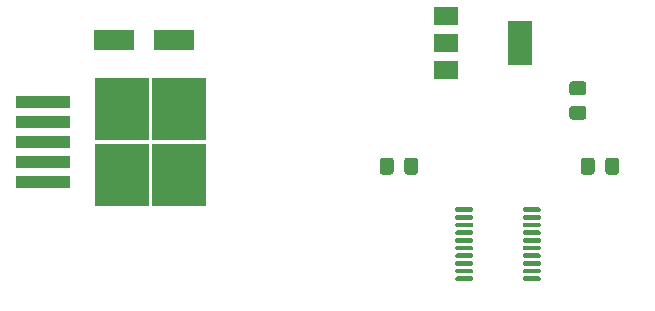
<source format=gbr>
%TF.GenerationSoftware,KiCad,Pcbnew,5.1.8-5.1.8*%
%TF.CreationDate,2021-08-29T21:24:45+08:00*%
%TF.ProjectId,lcr-1,6c63722d-312e-46b6-9963-61645f706362,rev?*%
%TF.SameCoordinates,Original*%
%TF.FileFunction,Paste,Top*%
%TF.FilePolarity,Positive*%
%FSLAX46Y46*%
G04 Gerber Fmt 4.6, Leading zero omitted, Abs format (unit mm)*
G04 Created by KiCad (PCBNEW 5.1.8-5.1.8) date 2021-08-29 21:24:45*
%MOMM*%
%LPD*%
G01*
G04 APERTURE LIST*
%ADD10R,2.000000X1.500000*%
%ADD11R,2.000000X3.800000*%
%ADD12R,4.550000X5.250000*%
%ADD13R,4.600000X1.100000*%
%ADD14R,3.500000X1.800000*%
G04 APERTURE END LIST*
D10*
%TO.C,U9*%
X144678000Y-76948000D03*
X144678000Y-81548000D03*
X144678000Y-79248000D03*
D11*
X150978000Y-79248000D03*
%TD*%
%TO.C,U2*%
G36*
G01*
X151223000Y-93441000D02*
X151223000Y-93241000D01*
G75*
G02*
X151323000Y-93141000I100000J0D01*
G01*
X152598000Y-93141000D01*
G75*
G02*
X152698000Y-93241000I0J-100000D01*
G01*
X152698000Y-93441000D01*
G75*
G02*
X152598000Y-93541000I-100000J0D01*
G01*
X151323000Y-93541000D01*
G75*
G02*
X151223000Y-93441000I0J100000D01*
G01*
G37*
G36*
G01*
X151223000Y-94091000D02*
X151223000Y-93891000D01*
G75*
G02*
X151323000Y-93791000I100000J0D01*
G01*
X152598000Y-93791000D01*
G75*
G02*
X152698000Y-93891000I0J-100000D01*
G01*
X152698000Y-94091000D01*
G75*
G02*
X152598000Y-94191000I-100000J0D01*
G01*
X151323000Y-94191000D01*
G75*
G02*
X151223000Y-94091000I0J100000D01*
G01*
G37*
G36*
G01*
X151223000Y-94741000D02*
X151223000Y-94541000D01*
G75*
G02*
X151323000Y-94441000I100000J0D01*
G01*
X152598000Y-94441000D01*
G75*
G02*
X152698000Y-94541000I0J-100000D01*
G01*
X152698000Y-94741000D01*
G75*
G02*
X152598000Y-94841000I-100000J0D01*
G01*
X151323000Y-94841000D01*
G75*
G02*
X151223000Y-94741000I0J100000D01*
G01*
G37*
G36*
G01*
X151223000Y-95391000D02*
X151223000Y-95191000D01*
G75*
G02*
X151323000Y-95091000I100000J0D01*
G01*
X152598000Y-95091000D01*
G75*
G02*
X152698000Y-95191000I0J-100000D01*
G01*
X152698000Y-95391000D01*
G75*
G02*
X152598000Y-95491000I-100000J0D01*
G01*
X151323000Y-95491000D01*
G75*
G02*
X151223000Y-95391000I0J100000D01*
G01*
G37*
G36*
G01*
X151223000Y-96041000D02*
X151223000Y-95841000D01*
G75*
G02*
X151323000Y-95741000I100000J0D01*
G01*
X152598000Y-95741000D01*
G75*
G02*
X152698000Y-95841000I0J-100000D01*
G01*
X152698000Y-96041000D01*
G75*
G02*
X152598000Y-96141000I-100000J0D01*
G01*
X151323000Y-96141000D01*
G75*
G02*
X151223000Y-96041000I0J100000D01*
G01*
G37*
G36*
G01*
X151223000Y-96691000D02*
X151223000Y-96491000D01*
G75*
G02*
X151323000Y-96391000I100000J0D01*
G01*
X152598000Y-96391000D01*
G75*
G02*
X152698000Y-96491000I0J-100000D01*
G01*
X152698000Y-96691000D01*
G75*
G02*
X152598000Y-96791000I-100000J0D01*
G01*
X151323000Y-96791000D01*
G75*
G02*
X151223000Y-96691000I0J100000D01*
G01*
G37*
G36*
G01*
X151223000Y-97341000D02*
X151223000Y-97141000D01*
G75*
G02*
X151323000Y-97041000I100000J0D01*
G01*
X152598000Y-97041000D01*
G75*
G02*
X152698000Y-97141000I0J-100000D01*
G01*
X152698000Y-97341000D01*
G75*
G02*
X152598000Y-97441000I-100000J0D01*
G01*
X151323000Y-97441000D01*
G75*
G02*
X151223000Y-97341000I0J100000D01*
G01*
G37*
G36*
G01*
X151223000Y-97991000D02*
X151223000Y-97791000D01*
G75*
G02*
X151323000Y-97691000I100000J0D01*
G01*
X152598000Y-97691000D01*
G75*
G02*
X152698000Y-97791000I0J-100000D01*
G01*
X152698000Y-97991000D01*
G75*
G02*
X152598000Y-98091000I-100000J0D01*
G01*
X151323000Y-98091000D01*
G75*
G02*
X151223000Y-97991000I0J100000D01*
G01*
G37*
G36*
G01*
X151223000Y-98641000D02*
X151223000Y-98441000D01*
G75*
G02*
X151323000Y-98341000I100000J0D01*
G01*
X152598000Y-98341000D01*
G75*
G02*
X152698000Y-98441000I0J-100000D01*
G01*
X152698000Y-98641000D01*
G75*
G02*
X152598000Y-98741000I-100000J0D01*
G01*
X151323000Y-98741000D01*
G75*
G02*
X151223000Y-98641000I0J100000D01*
G01*
G37*
G36*
G01*
X151223000Y-99291000D02*
X151223000Y-99091000D01*
G75*
G02*
X151323000Y-98991000I100000J0D01*
G01*
X152598000Y-98991000D01*
G75*
G02*
X152698000Y-99091000I0J-100000D01*
G01*
X152698000Y-99291000D01*
G75*
G02*
X152598000Y-99391000I-100000J0D01*
G01*
X151323000Y-99391000D01*
G75*
G02*
X151223000Y-99291000I0J100000D01*
G01*
G37*
G36*
G01*
X145498000Y-99291000D02*
X145498000Y-99091000D01*
G75*
G02*
X145598000Y-98991000I100000J0D01*
G01*
X146873000Y-98991000D01*
G75*
G02*
X146973000Y-99091000I0J-100000D01*
G01*
X146973000Y-99291000D01*
G75*
G02*
X146873000Y-99391000I-100000J0D01*
G01*
X145598000Y-99391000D01*
G75*
G02*
X145498000Y-99291000I0J100000D01*
G01*
G37*
G36*
G01*
X145498000Y-98641000D02*
X145498000Y-98441000D01*
G75*
G02*
X145598000Y-98341000I100000J0D01*
G01*
X146873000Y-98341000D01*
G75*
G02*
X146973000Y-98441000I0J-100000D01*
G01*
X146973000Y-98641000D01*
G75*
G02*
X146873000Y-98741000I-100000J0D01*
G01*
X145598000Y-98741000D01*
G75*
G02*
X145498000Y-98641000I0J100000D01*
G01*
G37*
G36*
G01*
X145498000Y-97991000D02*
X145498000Y-97791000D01*
G75*
G02*
X145598000Y-97691000I100000J0D01*
G01*
X146873000Y-97691000D01*
G75*
G02*
X146973000Y-97791000I0J-100000D01*
G01*
X146973000Y-97991000D01*
G75*
G02*
X146873000Y-98091000I-100000J0D01*
G01*
X145598000Y-98091000D01*
G75*
G02*
X145498000Y-97991000I0J100000D01*
G01*
G37*
G36*
G01*
X145498000Y-97341000D02*
X145498000Y-97141000D01*
G75*
G02*
X145598000Y-97041000I100000J0D01*
G01*
X146873000Y-97041000D01*
G75*
G02*
X146973000Y-97141000I0J-100000D01*
G01*
X146973000Y-97341000D01*
G75*
G02*
X146873000Y-97441000I-100000J0D01*
G01*
X145598000Y-97441000D01*
G75*
G02*
X145498000Y-97341000I0J100000D01*
G01*
G37*
G36*
G01*
X145498000Y-96691000D02*
X145498000Y-96491000D01*
G75*
G02*
X145598000Y-96391000I100000J0D01*
G01*
X146873000Y-96391000D01*
G75*
G02*
X146973000Y-96491000I0J-100000D01*
G01*
X146973000Y-96691000D01*
G75*
G02*
X146873000Y-96791000I-100000J0D01*
G01*
X145598000Y-96791000D01*
G75*
G02*
X145498000Y-96691000I0J100000D01*
G01*
G37*
G36*
G01*
X145498000Y-96041000D02*
X145498000Y-95841000D01*
G75*
G02*
X145598000Y-95741000I100000J0D01*
G01*
X146873000Y-95741000D01*
G75*
G02*
X146973000Y-95841000I0J-100000D01*
G01*
X146973000Y-96041000D01*
G75*
G02*
X146873000Y-96141000I-100000J0D01*
G01*
X145598000Y-96141000D01*
G75*
G02*
X145498000Y-96041000I0J100000D01*
G01*
G37*
G36*
G01*
X145498000Y-95391000D02*
X145498000Y-95191000D01*
G75*
G02*
X145598000Y-95091000I100000J0D01*
G01*
X146873000Y-95091000D01*
G75*
G02*
X146973000Y-95191000I0J-100000D01*
G01*
X146973000Y-95391000D01*
G75*
G02*
X146873000Y-95491000I-100000J0D01*
G01*
X145598000Y-95491000D01*
G75*
G02*
X145498000Y-95391000I0J100000D01*
G01*
G37*
G36*
G01*
X145498000Y-94741000D02*
X145498000Y-94541000D01*
G75*
G02*
X145598000Y-94441000I100000J0D01*
G01*
X146873000Y-94441000D01*
G75*
G02*
X146973000Y-94541000I0J-100000D01*
G01*
X146973000Y-94741000D01*
G75*
G02*
X146873000Y-94841000I-100000J0D01*
G01*
X145598000Y-94841000D01*
G75*
G02*
X145498000Y-94741000I0J100000D01*
G01*
G37*
G36*
G01*
X145498000Y-94091000D02*
X145498000Y-93891000D01*
G75*
G02*
X145598000Y-93791000I100000J0D01*
G01*
X146873000Y-93791000D01*
G75*
G02*
X146973000Y-93891000I0J-100000D01*
G01*
X146973000Y-94091000D01*
G75*
G02*
X146873000Y-94191000I-100000J0D01*
G01*
X145598000Y-94191000D01*
G75*
G02*
X145498000Y-94091000I0J100000D01*
G01*
G37*
G36*
G01*
X145498000Y-93441000D02*
X145498000Y-93241000D01*
G75*
G02*
X145598000Y-93141000I100000J0D01*
G01*
X146873000Y-93141000D01*
G75*
G02*
X146973000Y-93241000I0J-100000D01*
G01*
X146973000Y-93441000D01*
G75*
G02*
X146873000Y-93541000I-100000J0D01*
G01*
X145598000Y-93541000D01*
G75*
G02*
X145498000Y-93441000I0J100000D01*
G01*
G37*
%TD*%
D12*
%TO.C,U10*%
X117282000Y-90405000D03*
X122132000Y-84855000D03*
X117282000Y-84855000D03*
X122132000Y-90405000D03*
D13*
X110557000Y-91030000D03*
X110557000Y-89330000D03*
X110557000Y-87630000D03*
X110557000Y-85930000D03*
X110557000Y-84230000D03*
%TD*%
D14*
%TO.C,D2*%
X121626000Y-78994000D03*
X116626000Y-78994000D03*
%TD*%
%TO.C,C28*%
G36*
G01*
X155379400Y-84549400D02*
X156329400Y-84549400D01*
G75*
G02*
X156579400Y-84799400I0J-250000D01*
G01*
X156579400Y-85474400D01*
G75*
G02*
X156329400Y-85724400I-250000J0D01*
G01*
X155379400Y-85724400D01*
G75*
G02*
X155129400Y-85474400I0J250000D01*
G01*
X155129400Y-84799400D01*
G75*
G02*
X155379400Y-84549400I250000J0D01*
G01*
G37*
G36*
G01*
X155379400Y-82474400D02*
X156329400Y-82474400D01*
G75*
G02*
X156579400Y-82724400I0J-250000D01*
G01*
X156579400Y-83399400D01*
G75*
G02*
X156329400Y-83649400I-250000J0D01*
G01*
X155379400Y-83649400D01*
G75*
G02*
X155129400Y-83399400I0J250000D01*
G01*
X155129400Y-82724400D01*
G75*
G02*
X155379400Y-82474400I250000J0D01*
G01*
G37*
%TD*%
%TO.C,C2*%
G36*
G01*
X157284000Y-89187000D02*
X157284000Y-90137000D01*
G75*
G02*
X157034000Y-90387000I-250000J0D01*
G01*
X156359000Y-90387000D01*
G75*
G02*
X156109000Y-90137000I0J250000D01*
G01*
X156109000Y-89187000D01*
G75*
G02*
X156359000Y-88937000I250000J0D01*
G01*
X157034000Y-88937000D01*
G75*
G02*
X157284000Y-89187000I0J-250000D01*
G01*
G37*
G36*
G01*
X159359000Y-89187000D02*
X159359000Y-90137000D01*
G75*
G02*
X159109000Y-90387000I-250000J0D01*
G01*
X158434000Y-90387000D01*
G75*
G02*
X158184000Y-90137000I0J250000D01*
G01*
X158184000Y-89187000D01*
G75*
G02*
X158434000Y-88937000I250000J0D01*
G01*
X159109000Y-88937000D01*
G75*
G02*
X159359000Y-89187000I0J-250000D01*
G01*
G37*
%TD*%
%TO.C,C1*%
G36*
G01*
X140266000Y-89187000D02*
X140266000Y-90137000D01*
G75*
G02*
X140016000Y-90387000I-250000J0D01*
G01*
X139341000Y-90387000D01*
G75*
G02*
X139091000Y-90137000I0J250000D01*
G01*
X139091000Y-89187000D01*
G75*
G02*
X139341000Y-88937000I250000J0D01*
G01*
X140016000Y-88937000D01*
G75*
G02*
X140266000Y-89187000I0J-250000D01*
G01*
G37*
G36*
G01*
X142341000Y-89187000D02*
X142341000Y-90137000D01*
G75*
G02*
X142091000Y-90387000I-250000J0D01*
G01*
X141416000Y-90387000D01*
G75*
G02*
X141166000Y-90137000I0J250000D01*
G01*
X141166000Y-89187000D01*
G75*
G02*
X141416000Y-88937000I250000J0D01*
G01*
X142091000Y-88937000D01*
G75*
G02*
X142341000Y-89187000I0J-250000D01*
G01*
G37*
%TD*%
M02*

</source>
